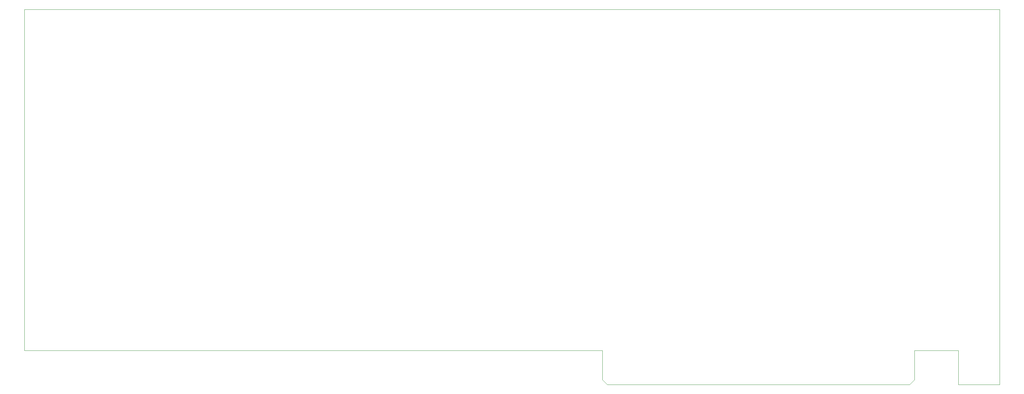
<source format=gbr>
%TF.GenerationSoftware,KiCad,Pcbnew,(5.1.6)-1*%
%TF.CreationDate,2020-12-12T21:33:40-06:00*%
%TF.ProjectId,ISA-Proto_20201212,4953412d-5072-46f7-946f-5f3230323031,rev?*%
%TF.SameCoordinates,Original*%
%TF.FileFunction,Profile,NP*%
%FSLAX46Y46*%
G04 Gerber Fmt 4.6, Leading zero omitted, Abs format (unit mm)*
G04 Created by KiCad (PCBNEW (5.1.6)-1) date 2020-12-12 21:33:40*
%MOMM*%
%LPD*%
G01*
G04 APERTURE LIST*
%TA.AperFunction,Profile*%
%ADD10C,0.050000*%
%TD*%
G04 APERTURE END LIST*
D10*
X264160000Y-148590000D02*
X264160000Y-139700000D01*
X274955000Y-148590000D02*
X264160000Y-148590000D01*
X252730000Y-147320000D02*
X252730000Y-139700000D01*
X251460000Y-148590000D02*
X252730000Y-147320000D01*
X172720000Y-148590000D02*
X251460000Y-148590000D01*
X171450000Y-147320000D02*
X172720000Y-148590000D01*
X171450000Y-139700000D02*
X171450000Y-147320000D01*
X20955000Y-139700000D02*
X171450000Y-139700000D01*
X20955000Y-50800000D02*
X20955000Y-139700000D01*
X274955000Y-50800000D02*
X20955000Y-50800000D01*
X274955000Y-148590000D02*
X274955000Y-50800000D01*
X252730000Y-139700000D02*
X264160000Y-139700000D01*
M02*

</source>
